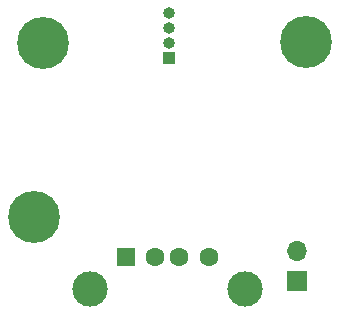
<source format=gbr>
%TF.GenerationSoftware,KiCad,Pcbnew,6.0.0*%
%TF.CreationDate,2022-03-07T01:42:13-06:00*%
%TF.ProjectId,test,74657374-2e6b-4696-9361-645f70636258,rev?*%
%TF.SameCoordinates,Original*%
%TF.FileFunction,Soldermask,Bot*%
%TF.FilePolarity,Negative*%
%FSLAX46Y46*%
G04 Gerber Fmt 4.6, Leading zero omitted, Abs format (unit mm)*
G04 Created by KiCad (PCBNEW 6.0.0) date 2022-03-07 01:42:13*
%MOMM*%
%LPD*%
G01*
G04 APERTURE LIST*
%ADD10C,4.400000*%
%ADD11C,0.700000*%
%ADD12R,1.000000X1.000000*%
%ADD13O,1.000000X1.000000*%
%ADD14R,1.700000X1.700000*%
%ADD15O,1.700000X1.700000*%
%ADD16R,1.600000X1.500000*%
%ADD17C,1.600000*%
%ADD18C,3.000000*%
G04 APERTURE END LIST*
D10*
%TO.C,H3*%
X109700000Y-81450000D03*
D11*
X111350000Y-81450000D03*
X110866726Y-82616726D03*
X109700000Y-83100000D03*
X108533274Y-82616726D03*
X108050000Y-81450000D03*
X108533274Y-80283274D03*
X109700000Y-79800000D03*
X110866726Y-80283274D03*
%TD*%
D10*
%TO.C,H2*%
X110425000Y-66700000D03*
D11*
X112075000Y-66700000D03*
X111591726Y-67866726D03*
X110425000Y-68350000D03*
X109258274Y-67866726D03*
X108775000Y-66700000D03*
X109258274Y-65533274D03*
X110425000Y-65050000D03*
X111591726Y-65533274D03*
%TD*%
D10*
%TO.C,H1*%
X132725000Y-66650000D03*
D11*
X134375000Y-66650000D03*
X133891726Y-67816726D03*
X132725000Y-68300000D03*
X131558274Y-67816726D03*
X131075000Y-66650000D03*
X131558274Y-65483274D03*
X132725000Y-65000000D03*
X133891726Y-65483274D03*
%TD*%
D12*
%TO.C,J7*%
X121100000Y-68000000D03*
D13*
X121100000Y-66730000D03*
X121100000Y-65460000D03*
X121100000Y-64190000D03*
%TD*%
D14*
%TO.C,SW2*%
X131950000Y-86925000D03*
D15*
X131950000Y-84385000D03*
%TD*%
D16*
%TO.C,J4*%
X117475000Y-84840000D03*
D17*
X119975000Y-84840000D03*
X121975000Y-84840000D03*
X124475000Y-84840000D03*
D18*
X127545000Y-87550000D03*
X114405000Y-87550000D03*
%TD*%
M02*

</source>
